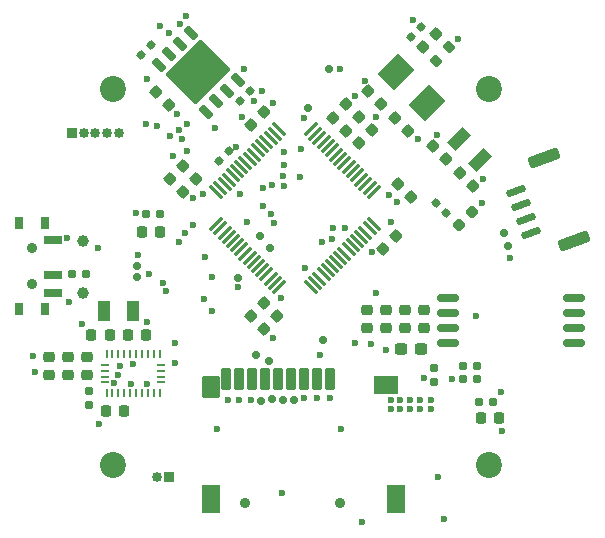
<source format=gts>
G04 #@! TF.GenerationSoftware,KiCad,Pcbnew,8.0.1*
G04 #@! TF.CreationDate,2024-05-30T23:43:01+05:00*
G04 #@! TF.ProjectId,6_layer_MCU,365f6c61-7965-4725-9f4d-43552e6b6963,rev?*
G04 #@! TF.SameCoordinates,Original*
G04 #@! TF.FileFunction,Soldermask,Top*
G04 #@! TF.FilePolarity,Negative*
%FSLAX46Y46*%
G04 Gerber Fmt 4.6, Leading zero omitted, Abs format (unit mm)*
G04 Created by KiCad (PCBNEW 8.0.1) date 2024-05-30 23:43:01*
%MOMM*%
%LPD*%
G01*
G04 APERTURE LIST*
G04 Aperture macros list*
%AMRoundRect*
0 Rectangle with rounded corners*
0 $1 Rounding radius*
0 $2 $3 $4 $5 $6 $7 $8 $9 X,Y pos of 4 corners*
0 Add a 4 corners polygon primitive as box body*
4,1,4,$2,$3,$4,$5,$6,$7,$8,$9,$2,$3,0*
0 Add four circle primitives for the rounded corners*
1,1,$1+$1,$2,$3*
1,1,$1+$1,$4,$5*
1,1,$1+$1,$6,$7*
1,1,$1+$1,$8,$9*
0 Add four rect primitives between the rounded corners*
20,1,$1+$1,$2,$3,$4,$5,0*
20,1,$1+$1,$4,$5,$6,$7,0*
20,1,$1+$1,$6,$7,$8,$9,0*
20,1,$1+$1,$8,$9,$2,$3,0*%
%AMRotRect*
0 Rectangle, with rotation*
0 The origin of the aperture is its center*
0 $1 length*
0 $2 width*
0 $3 Rotation angle, in degrees counterclockwise*
0 Add horizontal line*
21,1,$1,$2,0,0,$3*%
G04 Aperture macros list end*
%ADD10RoundRect,0.225000X-0.335876X-0.017678X-0.017678X-0.335876X0.335876X0.017678X0.017678X0.335876X0*%
%ADD11RoundRect,0.225000X0.250000X-0.225000X0.250000X0.225000X-0.250000X0.225000X-0.250000X-0.225000X0*%
%ADD12RoundRect,0.225000X-0.017678X0.335876X-0.335876X0.017678X0.017678X-0.335876X0.335876X-0.017678X0*%
%ADD13RoundRect,0.225000X0.017678X-0.335876X0.335876X-0.017678X-0.017678X0.335876X-0.335876X0.017678X0*%
%ADD14R,0.254000X0.675000*%
%ADD15R,0.675000X0.254000*%
%ADD16RoundRect,0.160000X0.197500X0.160000X-0.197500X0.160000X-0.197500X-0.160000X0.197500X-0.160000X0*%
%ADD17RoundRect,0.218750X-0.026517X0.335876X-0.335876X0.026517X0.026517X-0.335876X0.335876X-0.026517X0*%
%ADD18RoundRect,0.150000X0.709088X0.098460X0.606482X0.380368X-0.709088X-0.098460X-0.606482X-0.380368X0*%
%ADD19RoundRect,0.250000X1.119167X0.141299X0.948157X0.611145X-1.119167X-0.141299X-0.948157X-0.611145X0*%
%ADD20RoundRect,0.160000X0.252791X-0.026517X-0.026517X0.252791X-0.252791X0.026517X0.026517X-0.252791X0*%
%ADD21RoundRect,0.225000X0.335876X0.017678X0.017678X0.335876X-0.335876X-0.017678X-0.017678X-0.335876X0*%
%ADD22RoundRect,0.225000X-0.225000X-0.250000X0.225000X-0.250000X0.225000X0.250000X-0.225000X0.250000X0*%
%ADD23R,0.850000X0.850000*%
%ADD24O,0.850000X0.850000*%
%ADD25C,2.200000*%
%ADD26RoundRect,0.075000X0.441942X0.548008X-0.548008X-0.441942X-0.441942X-0.548008X0.548008X0.441942X0*%
%ADD27RoundRect,0.075000X-0.441942X0.548008X-0.548008X0.441942X0.441942X-0.548008X0.548008X-0.441942X0*%
%ADD28RoundRect,0.200000X-0.053033X0.335876X-0.335876X0.053033X0.053033X-0.335876X0.335876X-0.053033X0*%
%ADD29RoundRect,0.160000X0.160000X-0.197500X0.160000X0.197500X-0.160000X0.197500X-0.160000X-0.197500X0*%
%ADD30RoundRect,0.160000X-0.197500X-0.160000X0.197500X-0.160000X0.197500X0.160000X-0.197500X0.160000X0*%
%ADD31RoundRect,0.160000X-0.026517X-0.252791X0.252791X0.026517X0.026517X0.252791X-0.252791X-0.026517X0*%
%ADD32RotRect,1.000000X1.800000X315.000000*%
%ADD33R,0.800000X1.000000*%
%ADD34C,0.900000*%
%ADD35R,1.500000X0.700000*%
%ADD36RoundRect,0.237500X0.300000X0.237500X-0.300000X0.237500X-0.300000X-0.237500X0.300000X-0.237500X0*%
%ADD37RoundRect,0.160000X-0.160000X0.197500X-0.160000X-0.197500X0.160000X-0.197500X0.160000X0.197500X0*%
%ADD38RoundRect,0.225000X0.225000X0.250000X-0.225000X0.250000X-0.225000X-0.250000X0.225000X-0.250000X0*%
%ADD39RoundRect,0.102000X-0.350000X0.800000X-0.350000X-0.800000X0.350000X-0.800000X0.350000X0.800000X0*%
%ADD40RoundRect,0.102000X-0.700000X0.800000X-0.700000X-0.800000X0.700000X-0.800000X0.700000X0.800000X0*%
%ADD41RoundRect,0.102000X-0.700000X1.100000X-0.700000X-1.100000X0.700000X-1.100000X0.700000X1.100000X0*%
%ADD42RoundRect,0.102000X-0.900000X0.700000X-0.900000X-0.700000X0.900000X-0.700000X0.900000X0.700000X0*%
%ADD43R,1.000000X1.800000*%
%ADD44RoundRect,0.218750X0.218750X0.256250X-0.218750X0.256250X-0.218750X-0.256250X0.218750X-0.256250X0*%
%ADD45RoundRect,0.160000X0.026517X0.252791X-0.252791X-0.026517X-0.026517X-0.252791X0.252791X0.026517X0*%
%ADD46RotRect,2.000000X2.400000X135.000000*%
%ADD47RoundRect,0.225000X-0.250000X0.225000X-0.250000X-0.225000X0.250000X-0.225000X0.250000X0.225000X0*%
%ADD48RoundRect,0.150000X-0.750000X-0.150000X0.750000X-0.150000X0.750000X0.150000X-0.750000X0.150000X0*%
%ADD49RoundRect,0.080500X0.574878X-0.233345X-0.233345X0.574878X-0.574878X0.233345X0.233345X-0.574878X0*%
%ADD50RoundRect,0.102000X2.616295X0.212132X0.212132X2.616295X-2.616295X-0.212132X-0.212132X-2.616295X0*%
%ADD51C,1.000000*%
%ADD52C,0.600000*%
%ADD53C,0.700000*%
G04 APERTURE END LIST*
D10*
X160851992Y-88051992D03*
X161948008Y-89148008D03*
D11*
X160100000Y-105875000D03*
X160100000Y-104325000D03*
D12*
X142948008Y-92151992D03*
X141851992Y-93248008D03*
D11*
X133150000Y-109812500D03*
X133150000Y-108262500D03*
D10*
X140651992Y-85851992D03*
X141748008Y-86948008D03*
D13*
X142951992Y-94348008D03*
X144048008Y-93251992D03*
D14*
X136450000Y-108037500D03*
D15*
X136312500Y-108950000D03*
X136312500Y-109450000D03*
X136312500Y-109950000D03*
X136312500Y-110450000D03*
D14*
X136450000Y-111362500D03*
X136950000Y-111362500D03*
X137450000Y-111362500D03*
X137950000Y-111362500D03*
X138450000Y-111362500D03*
X138950000Y-111362500D03*
X139450000Y-111362500D03*
X139950000Y-111362500D03*
X140450000Y-111362500D03*
X140950000Y-111362500D03*
D15*
X141087500Y-110450000D03*
X141087500Y-109950000D03*
X141087500Y-109450000D03*
X141087500Y-108950000D03*
D14*
X140950000Y-108037500D03*
X140450000Y-108037500D03*
X139950000Y-108037500D03*
X139450000Y-108037500D03*
X138950000Y-108037500D03*
X138450000Y-108037500D03*
X137950000Y-108037500D03*
X137450000Y-108037500D03*
X136950000Y-108037500D03*
D16*
X167797500Y-109100000D03*
X166602500Y-109100000D03*
D17*
X167413694Y-95986306D03*
X166300000Y-97100000D03*
D18*
X172402855Y-97794661D03*
X171975331Y-96620045D03*
X171547807Y-95445430D03*
X171120280Y-94270813D03*
D19*
X176042610Y-98438628D03*
X173494561Y-91437918D03*
D20*
X165222496Y-96122496D03*
X164377504Y-95277504D03*
D13*
X159851992Y-99148008D03*
X160948008Y-98051992D03*
D11*
X161700000Y-105875000D03*
X161700000Y-104325000D03*
D21*
X165148008Y-91548008D03*
X164051992Y-90451992D03*
D22*
X136375000Y-112837500D03*
X137925000Y-112837500D03*
D21*
X156748008Y-89148008D03*
X155651992Y-88051992D03*
D12*
X158948008Y-89051992D03*
X157851992Y-90148008D03*
D23*
X133500000Y-89300000D03*
D24*
X134500000Y-89300000D03*
X135500001Y-89300000D03*
X136500000Y-89300000D03*
X137500000Y-89300000D03*
D21*
X159648008Y-86848008D03*
X158551992Y-85751992D03*
D25*
X168843488Y-117413150D03*
D26*
X159064481Y-94338819D03*
X158710928Y-93985266D03*
X158357375Y-93631713D03*
X158003821Y-93278159D03*
X157650268Y-92924606D03*
X157296714Y-92571052D03*
X156943161Y-92217499D03*
X156589608Y-91863946D03*
X156236054Y-91510392D03*
X155882501Y-91156839D03*
X155528948Y-90803286D03*
X155175394Y-90449732D03*
X154821841Y-90096179D03*
X154468287Y-89742625D03*
X154114734Y-89389072D03*
X153761181Y-89035519D03*
D27*
X151038819Y-89035519D03*
X150685266Y-89389072D03*
X150331713Y-89742625D03*
X149978159Y-90096179D03*
X149624606Y-90449732D03*
X149271052Y-90803286D03*
X148917499Y-91156839D03*
X148563946Y-91510392D03*
X148210392Y-91863946D03*
X147856839Y-92217499D03*
X147503286Y-92571052D03*
X147149732Y-92924606D03*
X146796179Y-93278159D03*
X146442625Y-93631713D03*
X146089072Y-93985266D03*
X145735519Y-94338819D03*
D26*
X145735519Y-97061181D03*
X146089072Y-97414734D03*
X146442625Y-97768287D03*
X146796179Y-98121841D03*
X147149732Y-98475394D03*
X147503286Y-98828948D03*
X147856839Y-99182501D03*
X148210392Y-99536054D03*
X148563946Y-99889608D03*
X148917499Y-100243161D03*
X149271052Y-100596714D03*
X149624606Y-100950268D03*
X149978159Y-101303821D03*
X150331713Y-101657375D03*
X150685266Y-102010928D03*
X151038819Y-102364481D03*
D27*
X153761181Y-102364481D03*
X154114734Y-102010928D03*
X154468287Y-101657375D03*
X154821841Y-101303821D03*
X155175394Y-100950268D03*
X155528948Y-100596714D03*
X155882501Y-100243161D03*
X156236054Y-99889608D03*
X156589608Y-99536054D03*
X156943161Y-99182501D03*
X157296714Y-98828948D03*
X157650268Y-98475394D03*
X158003821Y-98121841D03*
X158357375Y-97768287D03*
X158710928Y-97414734D03*
X159064481Y-97061181D03*
D28*
X165472307Y-82033866D03*
X164305581Y-83200592D03*
D29*
X164200000Y-110397500D03*
X164200000Y-109202500D03*
D30*
X166602500Y-110200000D03*
X167797500Y-110200000D03*
D21*
X150848008Y-104848008D03*
X149751992Y-103751992D03*
D31*
X147777504Y-86622496D03*
X148622496Y-85777504D03*
D21*
X157848008Y-87948008D03*
X156751992Y-86851992D03*
D25*
X137023683Y-85593345D03*
D32*
X168083882Y-91583883D03*
X166316116Y-89816117D03*
D12*
X149748008Y-87551992D03*
X148651992Y-88648008D03*
D33*
X131255000Y-96950000D03*
X129045000Y-96950000D03*
D34*
X130145000Y-99100000D03*
X130145000Y-102100000D03*
D33*
X131255000Y-104250000D03*
X129045000Y-104250000D03*
D35*
X131905000Y-98350000D03*
X131905000Y-101350000D03*
X131905000Y-102850000D03*
D36*
X163062501Y-107600000D03*
X161337499Y-107600000D03*
D37*
X134950000Y-111140000D03*
X134950000Y-112335000D03*
D38*
X136700000Y-106437500D03*
X135150000Y-106437500D03*
D31*
X145977504Y-91722496D03*
X146822496Y-90877504D03*
D30*
X133502500Y-101300000D03*
X134697500Y-101300000D03*
D34*
X148170000Y-120700000D03*
X156170000Y-120700000D03*
D39*
X155370000Y-110200000D03*
X154270000Y-110200000D03*
X153170000Y-110200000D03*
X152070000Y-110200000D03*
X150970000Y-110200000D03*
X149870000Y-110200000D03*
X148770000Y-110200000D03*
X147670000Y-110200000D03*
X146570000Y-110200000D03*
D40*
X145270000Y-110800000D03*
D41*
X145270000Y-120300000D03*
X160970000Y-120300000D03*
D42*
X160070000Y-110700000D03*
D43*
X136200001Y-104437500D03*
X138699999Y-104437500D03*
D13*
X163251992Y-82048008D03*
X164348008Y-80951992D03*
D31*
X162246133Y-81215389D03*
X163091125Y-80370397D03*
D23*
X141700000Y-118500000D03*
D24*
X140700000Y-118500000D03*
D44*
X169690001Y-113500000D03*
X168114999Y-113500000D03*
D45*
X140222496Y-81877504D03*
X139377504Y-82722496D03*
D11*
X163300000Y-105875000D03*
X163300000Y-104325000D03*
D46*
X163608148Y-86808148D03*
X160991852Y-84191852D03*
D25*
X168843488Y-85593345D03*
D47*
X131550000Y-108262500D03*
X131550000Y-109812500D03*
D11*
X158500000Y-105875000D03*
X158500000Y-104325000D03*
D22*
X138250000Y-106437500D03*
X139800000Y-106437500D03*
D25*
X137023683Y-117413150D03*
D48*
X165375000Y-103295000D03*
X165375000Y-104565000D03*
X165375000Y-105835000D03*
X165375000Y-107105000D03*
X176025000Y-107105000D03*
X176025000Y-105835000D03*
X176025000Y-104565000D03*
X176025000Y-103295000D03*
D30*
X168005000Y-112100000D03*
X169200000Y-112100000D03*
D10*
X166351992Y-92751992D03*
X167448008Y-93848008D03*
D30*
X139800000Y-96200000D03*
X140995000Y-96200000D03*
D44*
X140987502Y-97700000D03*
X139412500Y-97700000D03*
D21*
X162248008Y-94748008D03*
X161151992Y-93651992D03*
D11*
X134750000Y-109812500D03*
X134750000Y-108262500D03*
D49*
X144843467Y-87537544D03*
X145741493Y-86639518D03*
X146639518Y-85741493D03*
X147537544Y-84843467D03*
X143556533Y-80862456D03*
X142658507Y-81760482D03*
X141760482Y-82658507D03*
X140862456Y-83556533D03*
D50*
X144200000Y-84200000D03*
D10*
X148651992Y-104851992D03*
X149748008Y-105948008D03*
D51*
X134475001Y-102900000D03*
X134475001Y-98500000D03*
D52*
X170600000Y-99900000D03*
X147600000Y-102400000D03*
X141200000Y-102000000D03*
X139100000Y-99700000D03*
X142600000Y-89100000D03*
X142100000Y-91300000D03*
X141800000Y-89621750D03*
X140700000Y-88700000D03*
X143200000Y-79400000D03*
X141000000Y-80300000D03*
X153200000Y-88100000D03*
X156200000Y-83900000D03*
X152800000Y-93100000D03*
X155600000Y-97400000D03*
X154500000Y-108100000D03*
X168300000Y-93200000D03*
X135800000Y-114000000D03*
X138700000Y-108900000D03*
X168200000Y-95300000D03*
X139900000Y-110600000D03*
X147400000Y-90500000D03*
X150500000Y-86800000D03*
X142600000Y-98600000D03*
X163300000Y-110100000D03*
D53*
X150200000Y-108600000D03*
D52*
X134400000Y-105500000D03*
X150500000Y-106700000D03*
D53*
X151385737Y-111942896D03*
D52*
X162800000Y-89800000D03*
X133300000Y-103600000D03*
X164500000Y-118500000D03*
X142400000Y-87700000D03*
X159286708Y-88000000D03*
X130200000Y-108200000D03*
X158900000Y-99413292D03*
X165000000Y-122000000D03*
X148100000Y-83900000D03*
X158308885Y-84908885D03*
X138900000Y-96102944D03*
X164400000Y-89500000D03*
X135700000Y-99100000D03*
X158800000Y-107200000D03*
X137400000Y-109800000D03*
X161000000Y-95200000D03*
X151300000Y-119800000D03*
X162385786Y-79802944D03*
X143800000Y-97100000D03*
X158100000Y-122235844D03*
X139900000Y-105300000D03*
X140000000Y-101300000D03*
X143800000Y-94800000D03*
X165700000Y-110199999D03*
X169902500Y-114600000D03*
X160100000Y-107700000D03*
X143300000Y-88600000D03*
X151500219Y-93793700D03*
X157500000Y-107100000D03*
X160500000Y-111900000D03*
X166204163Y-81358579D03*
X162100000Y-111900000D03*
X160500000Y-111900000D03*
X163900000Y-111900000D03*
X160500000Y-112700000D03*
X160400000Y-94600000D03*
D53*
X152356561Y-111905430D03*
D52*
X137600000Y-109100000D03*
X160500000Y-112700000D03*
X161300000Y-112700000D03*
X163000000Y-111900000D03*
X160500000Y-96900000D03*
X139900000Y-84800000D03*
X161300000Y-111900000D03*
X151200000Y-103300000D03*
X130400000Y-109600000D03*
X162100000Y-112700000D03*
X163900000Y-112700000D03*
X161300000Y-112700000D03*
X163900000Y-111900000D03*
X156300000Y-114400000D03*
X147900000Y-88000000D03*
X162100000Y-112700000D03*
X163000000Y-111900000D03*
X162100000Y-111900000D03*
X144600000Y-94500000D03*
X133100000Y-98200000D03*
X169802500Y-111300000D03*
X149600000Y-85800000D03*
X161300000Y-111900000D03*
X145800000Y-114400000D03*
X157500000Y-86200000D03*
X163900000Y-112700000D03*
X138500000Y-110600000D03*
X137100000Y-110500000D03*
X163000000Y-112700000D03*
X163000000Y-112700000D03*
D53*
X139000000Y-101525003D03*
X139000000Y-100625000D03*
D52*
X154700000Y-98600000D03*
D53*
X170400000Y-98900000D03*
X147600000Y-101600000D03*
D52*
X159300000Y-102900000D03*
D53*
X170100000Y-97800000D03*
X154741750Y-106900000D03*
X150300000Y-99100000D03*
X155300000Y-83900000D03*
X153500000Y-87200000D03*
X149479364Y-98020636D03*
D52*
X153213342Y-100786658D03*
X143242228Y-90815544D03*
X142800000Y-89800000D03*
X150477531Y-93713070D03*
X146700000Y-111900000D03*
X153200000Y-111800000D03*
D53*
X150443841Y-111894842D03*
D52*
X147700000Y-111900000D03*
D53*
X149100000Y-108100000D03*
X149550003Y-112000000D03*
D52*
X148700000Y-111900000D03*
X155400000Y-111800000D03*
X154300000Y-111800000D03*
X152900000Y-90700000D03*
X167700000Y-104800000D03*
X150337365Y-96162635D03*
X156600000Y-97400000D03*
X148300000Y-96900000D03*
X147722227Y-94477773D03*
X148950899Y-86586921D03*
X139800000Y-88600000D03*
X155500000Y-98300000D03*
X143057000Y-97761929D03*
X144700000Y-103400000D03*
X149716218Y-95541489D03*
X149723271Y-93979707D03*
X145400000Y-101500000D03*
X142200000Y-107100000D03*
X142232885Y-108832885D03*
X145600000Y-88900000D03*
X151500000Y-90900000D03*
X151459620Y-92040380D03*
X141700000Y-80900000D03*
X150625661Y-96955099D03*
X145400000Y-104400000D03*
X144800000Y-99800000D03*
X141500000Y-102700000D03*
X151400000Y-93000000D03*
X142700000Y-80100000D03*
M02*

</source>
